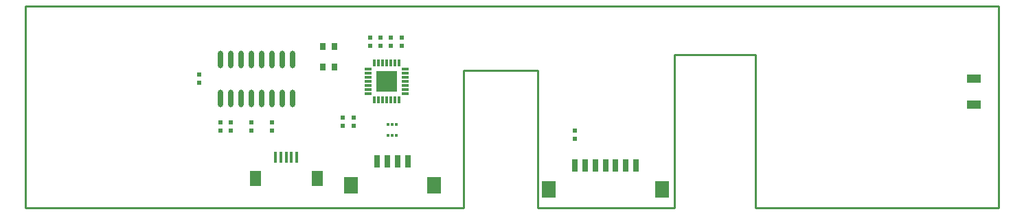
<source format=gtp>
%FSLAX25Y25*%
%MOIN*%
G70*
G01*
G75*
G04 Layer_Color=8421504*
%ADD10R,0.03150X0.05906*%
%ADD11R,0.07087X0.07874*%
%ADD12R,0.07087X0.03937*%
%ADD13R,0.02362X0.02362*%
%ADD14R,0.01654X0.05315*%
%ADD15R,0.05512X0.07480*%
%ADD16R,0.01200X0.01800*%
%ADD17R,0.02756X0.03347*%
%ADD18R,0.10236X0.10236*%
%ADD19R,0.01200X0.03400*%
%ADD20R,0.03400X0.01200*%
%ADD21O,0.02362X0.08661*%
%ADD22C,0.08000*%
%ADD23C,0.01500*%
%ADD24C,0.02000*%
%ADD25C,0.01000*%
%ADD26C,0.01200*%
%ADD27C,0.00800*%
%ADD28C,0.04000*%
%ADD29C,0.05000*%
%ADD30R,0.07218X0.03143*%
%ADD31R,0.03500X0.16700*%
%ADD32R,0.14100X0.03143*%
%ADD33R,0.13100X0.05000*%
%ADD34R,0.03800X0.29600*%
%ADD35R,0.05600X0.30100*%
%ADD36R,0.26100X0.04400*%
%ADD37R,0.18600X0.15300*%
%ADD38C,0.19685*%
%ADD39C,0.08661*%
%ADD40C,0.03228*%
%ADD41C,0.03000*%
%ADD42C,0.02000*%
%ADD43C,0.04000*%
%ADD44R,0.05315X0.02559*%
%ADD45R,0.02362X0.02362*%
%ADD46R,0.03347X0.02756*%
%ADD47R,0.05118X0.03937*%
%ADD48R,0.02559X0.05315*%
%ADD49C,0.03000*%
%ADD50R,0.12464X0.03143*%
%ADD51R,0.13939X0.02900*%
%ADD52R,0.02800X0.15100*%
%ADD53C,0.00600*%
%ADD54C,0.02362*%
%ADD55C,0.00984*%
%ADD56C,0.01969*%
%ADD57C,0.00500*%
%ADD58C,0.00787*%
D10*
X296328Y-77600D02*
D03*
X291406D02*
D03*
X286485D02*
D03*
X281564D02*
D03*
X276642D02*
D03*
X271721D02*
D03*
X266800D02*
D03*
X170800Y-75669D02*
D03*
X175721D02*
D03*
X180642D02*
D03*
X185564D02*
D03*
D11*
X254005Y-89411D02*
D03*
X309123D02*
D03*
X198359Y-87480D02*
D03*
X158005D02*
D03*
D12*
X460300Y-48200D02*
D03*
Y-35405D02*
D03*
D13*
X266775Y-64737D02*
D03*
Y-60800D02*
D03*
X94600Y-60737D02*
D03*
Y-56800D02*
D03*
X99800Y-60737D02*
D03*
Y-56800D02*
D03*
X109700Y-60737D02*
D03*
Y-56800D02*
D03*
X119700Y-60737D02*
D03*
Y-56800D02*
D03*
X154100Y-58300D02*
D03*
Y-54363D02*
D03*
X159200Y-58300D02*
D03*
Y-54363D02*
D03*
X167400Y-15363D02*
D03*
Y-19300D02*
D03*
X172200Y-15363D02*
D03*
Y-19300D02*
D03*
X177200Y-15363D02*
D03*
Y-19300D02*
D03*
X182500Y-15363D02*
D03*
Y-19300D02*
D03*
X84400Y-33363D02*
D03*
Y-37300D02*
D03*
D14*
X126600Y-73700D02*
D03*
X124041D02*
D03*
X129159D02*
D03*
X131718D02*
D03*
X121482D02*
D03*
D15*
X111597Y-84232D02*
D03*
X141518D02*
D03*
D16*
X180100Y-62958D02*
D03*
X176131D02*
D03*
X178100D02*
D03*
X180100Y-57600D02*
D03*
X178100D02*
D03*
X176131D02*
D03*
D17*
X144255Y-29778D02*
D03*
X150161D02*
D03*
X144222Y-19604D02*
D03*
X150127D02*
D03*
D18*
X175400Y-36800D02*
D03*
D19*
X169494Y-27850D02*
D03*
X171463D02*
D03*
X173432D02*
D03*
X175400D02*
D03*
X177368D02*
D03*
X179337D02*
D03*
X181306D02*
D03*
Y-45750D02*
D03*
X179337D02*
D03*
X177368D02*
D03*
X175400D02*
D03*
X173432D02*
D03*
X171463D02*
D03*
X169494D02*
D03*
D20*
X184350Y-30895D02*
D03*
Y-32863D02*
D03*
Y-34832D02*
D03*
Y-36800D02*
D03*
Y-38769D02*
D03*
Y-40737D02*
D03*
Y-42706D02*
D03*
X166450D02*
D03*
Y-40737D02*
D03*
Y-38769D02*
D03*
Y-36800D02*
D03*
Y-34832D02*
D03*
Y-32863D02*
D03*
Y-30895D02*
D03*
D21*
X129700Y-26051D02*
D03*
X124700D02*
D03*
X119700D02*
D03*
X114700D02*
D03*
X109700D02*
D03*
X104700D02*
D03*
X99700D02*
D03*
X94700D02*
D03*
X129700Y-44949D02*
D03*
X124700D02*
D03*
X119700D02*
D03*
X114700D02*
D03*
X109700D02*
D03*
X104700D02*
D03*
X99700D02*
D03*
X94700D02*
D03*
D25*
X354331Y-98425D02*
X472441D01*
X248700D02*
X314900D01*
X0D02*
Y0D01*
X472441D01*
X0Y-98425D02*
X212598D01*
X472441D02*
Y0D01*
X212598Y-98425D02*
Y-31496D01*
X212500D02*
X248700D01*
Y-98425D02*
Y-31496D01*
X354331Y-98425D02*
Y-23622D01*
X314900D02*
X354331D01*
X314900Y-98425D02*
Y-23622D01*
M02*

</source>
